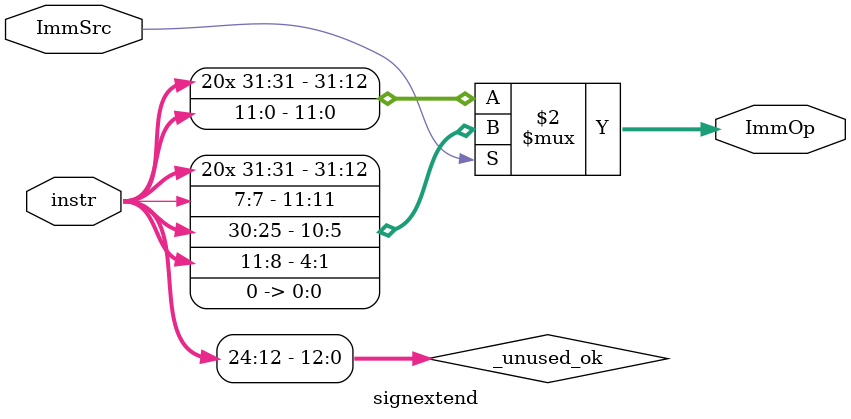
<source format=sv>
module signextend(
  input logic [31:0] instr,
  input logic ImmSrc,
  output reg [31:0] ImmOp
);

wire [12:0] _unused_ok = instr[24:12];

always_comb 
    ImmOp = ImmSrc ? {{20{instr[31]}},{instr[7]},{instr[30:25]},{instr[11:8]}, 1'b0} : {{20{instr[31]}},{instr[11:7]},{instr[6:0]}};

endmodule

</source>
